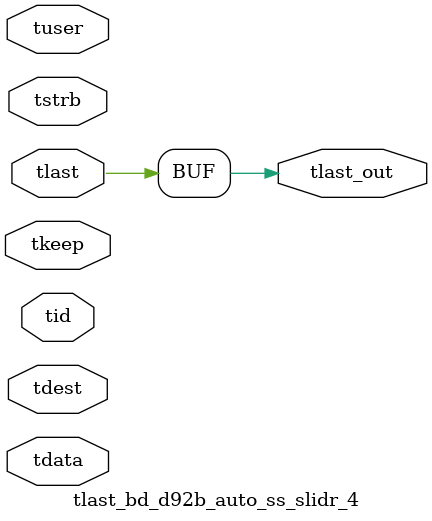
<source format=v>


`timescale 1ps/1ps

module tlast_bd_d92b_auto_ss_slidr_4 #
(
parameter C_S_AXIS_TID_WIDTH   = 1,
parameter C_S_AXIS_TUSER_WIDTH = 0,
parameter C_S_AXIS_TDATA_WIDTH = 0,
parameter C_S_AXIS_TDEST_WIDTH = 0
)
(
input  [(C_S_AXIS_TID_WIDTH   == 0 ? 1 : C_S_AXIS_TID_WIDTH)-1:0       ] tid,
input  [(C_S_AXIS_TDATA_WIDTH == 0 ? 1 : C_S_AXIS_TDATA_WIDTH)-1:0     ] tdata,
input  [(C_S_AXIS_TUSER_WIDTH == 0 ? 1 : C_S_AXIS_TUSER_WIDTH)-1:0     ] tuser,
input  [(C_S_AXIS_TDEST_WIDTH == 0 ? 1 : C_S_AXIS_TDEST_WIDTH)-1:0     ] tdest,
input  [(C_S_AXIS_TDATA_WIDTH/8)-1:0 ] tkeep,
input  [(C_S_AXIS_TDATA_WIDTH/8)-1:0 ] tstrb,
input  [0:0]                                                             tlast,
output                                                                   tlast_out
);

assign tlast_out = {tlast};

endmodule


</source>
